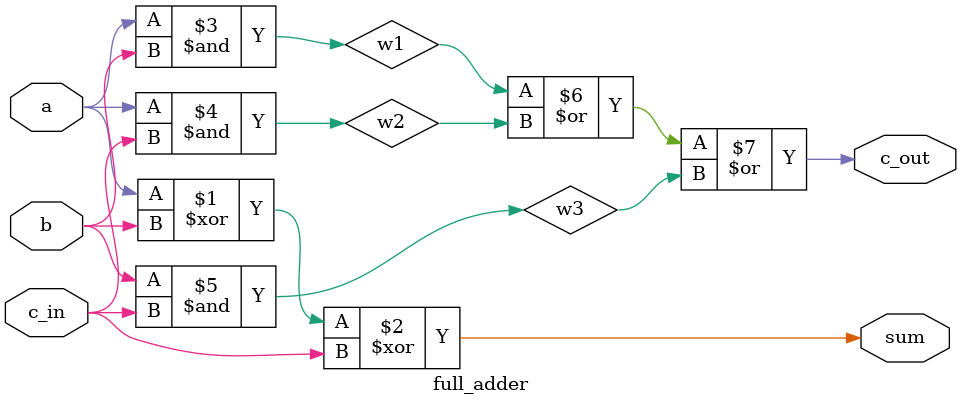
<source format=v>
module full_adder(sum, c_out, a, b, c_in);
	input a, b, c_in;
	output sum, c_out;
	

	// FA implementation of lecture version (2 gate delays)
	wire w1, w2, w3;
	xor xor_1(sum, a, b, c_in);
	and and_1(w1, a, b);
	and and_2(w2, a, c_in);
	and and_3(w3, b, c_in);
	or or_1(c_out, w1, w2, w3);
	
	
	// FA implementation of recitation version (3 gate delays)
//	wire w1, w2, s3;	
//	xor xor_1(w1, a,b);
//	xor xor_2(sum, w1, c_in);
//	and and_1(w2, w1, c_in);
//	and and_2(w3, a, b);
//	or or_1(c_out, w2, w3);
	
endmodule

</source>
